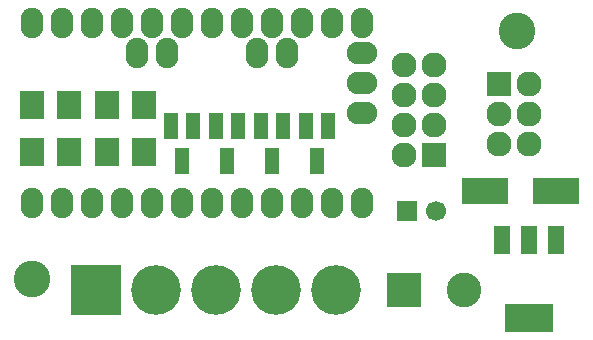
<source format=gbs>
G04 #@! TF.FileFunction,Soldermask,Bot*
%FSLAX46Y46*%
G04 Gerber Fmt 4.6, Leading zero omitted, Abs format (unit mm)*
G04 Created by KiCad (PCBNEW 4.0.2-stable) date 01.11.2016 20:23:11*
%MOMM*%
G01*
G04 APERTURE LIST*
%ADD10C,0.100000*%
%ADD11O,1.901140X2.599640*%
%ADD12O,2.599640X1.901140*%
%ADD13O,2.127200X2.127200*%
%ADD14R,2.127200X2.127200*%
%ADD15R,3.900120X2.200860*%
%ADD16R,1.700000X1.700000*%
%ADD17C,1.700000*%
%ADD18C,4.210000*%
%ADD19R,4.210000X4.210000*%
%ADD20R,2.940000X2.940000*%
%ADD21C,2.940000*%
%ADD22R,1.200100X2.200860*%
%ADD23R,2.100000X2.400000*%
%ADD24R,4.057600X2.432000*%
%ADD25R,1.416000X2.432000*%
%ADD26C,3.100000*%
G04 APERTURE END LIST*
D10*
D11*
X127000000Y-74930000D03*
X129540000Y-74930000D03*
X107950000Y-87630000D03*
X110490000Y-87630000D03*
X113030000Y-87630000D03*
X115570000Y-87630000D03*
X118110000Y-87630000D03*
X120650000Y-87630000D03*
X123190000Y-87630000D03*
X125730000Y-87630000D03*
X128270000Y-87630000D03*
X130810000Y-87630000D03*
X133350000Y-87630000D03*
X135890000Y-87630000D03*
X135890000Y-72390000D03*
X133350000Y-72390000D03*
X130810000Y-72390000D03*
X128270000Y-72390000D03*
X125730000Y-72390000D03*
X123190000Y-72390000D03*
X120650000Y-72390000D03*
X118110000Y-72390000D03*
X115570000Y-72390000D03*
X113030000Y-72390000D03*
X110490000Y-72390000D03*
X107950000Y-72390000D03*
X119380000Y-74930000D03*
X116840000Y-74930000D03*
D12*
X135890000Y-74930000D03*
X135890000Y-77470000D03*
X135890000Y-80010000D03*
D13*
X141986000Y-75946000D03*
X139446000Y-75946000D03*
X141986000Y-78486000D03*
X139446000Y-78486000D03*
X141986000Y-81026000D03*
X139446000Y-81026000D03*
D14*
X141986000Y-83566000D03*
D13*
X139446000Y-83566000D03*
D15*
X146352260Y-86614000D03*
X152351740Y-86614000D03*
D16*
X139700000Y-88265000D03*
D17*
X142200000Y-88265000D03*
D18*
X118420000Y-95000000D03*
X123500000Y-95000000D03*
D19*
X113340000Y-95000000D03*
D18*
X128580000Y-95000000D03*
X133660000Y-95000000D03*
D20*
X139460000Y-95000000D03*
D21*
X144540000Y-95000000D03*
D22*
X119700000Y-81048860D03*
X121600000Y-81048860D03*
X120650000Y-84051140D03*
X123510000Y-81048860D03*
X125410000Y-81048860D03*
X124460000Y-84051140D03*
X127320000Y-81048860D03*
X129220000Y-81048860D03*
X128270000Y-84051140D03*
D23*
X107950000Y-83280000D03*
X107950000Y-79280000D03*
X114300000Y-83280000D03*
X114300000Y-79280000D03*
X111125000Y-83280000D03*
X111125000Y-79280000D03*
X117475000Y-83280000D03*
X117475000Y-79280000D03*
D24*
X150000000Y-97302000D03*
D25*
X150000000Y-90698000D03*
X152286000Y-90698000D03*
X147714000Y-90698000D03*
D22*
X131130000Y-81048860D03*
X133030000Y-81048860D03*
X132080000Y-84051140D03*
D14*
X147500000Y-77500000D03*
D13*
X150040000Y-77500000D03*
X147500000Y-80040000D03*
X150040000Y-80040000D03*
X147500000Y-82580000D03*
X150040000Y-82580000D03*
D26*
X108000000Y-94000000D03*
X149000000Y-73000000D03*
M02*

</source>
